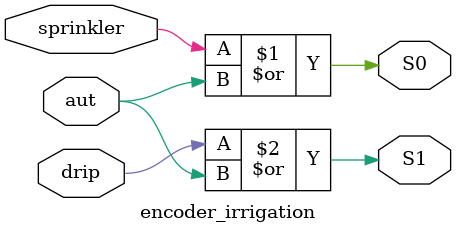
<source format=v>
module encoder_irrigation(
input sprinkler,
input drip,
input aut,
output S0,
output S1
);
	
	
	or Or0(S0, sprinkler, aut);
	or Or1(S1, drip, aut);




endmodule 
</source>
